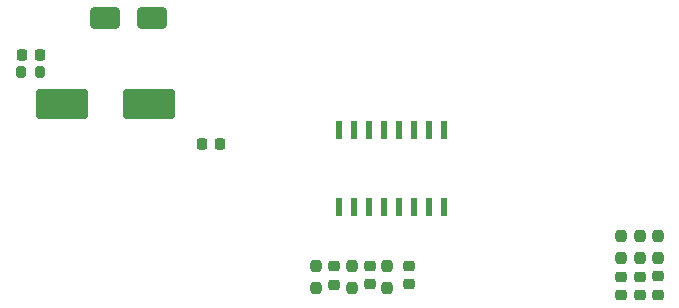
<source format=gbr>
%TF.GenerationSoftware,KiCad,Pcbnew,9.0.6*%
%TF.CreationDate,2025-12-26T20:22:19+00:00*%
%TF.ProjectId,PIDI-BOX-01-RELSW-6-MAIN-A1,50494449-2d42-44f5-982d-30312d52454c,rev?*%
%TF.SameCoordinates,Original*%
%TF.FileFunction,Paste,Top*%
%TF.FilePolarity,Positive*%
%FSLAX46Y46*%
G04 Gerber Fmt 4.6, Leading zero omitted, Abs format (unit mm)*
G04 Created by KiCad (PCBNEW 9.0.6) date 2025-12-26 20:22:19*
%MOMM*%
%LPD*%
G01*
G04 APERTURE LIST*
G04 Aperture macros list*
%AMRoundRect*
0 Rectangle with rounded corners*
0 $1 Rounding radius*
0 $2 $3 $4 $5 $6 $7 $8 $9 X,Y pos of 4 corners*
0 Add a 4 corners polygon primitive as box body*
4,1,4,$2,$3,$4,$5,$6,$7,$8,$9,$2,$3,0*
0 Add four circle primitives for the rounded corners*
1,1,$1+$1,$2,$3*
1,1,$1+$1,$4,$5*
1,1,$1+$1,$6,$7*
1,1,$1+$1,$8,$9*
0 Add four rect primitives between the rounded corners*
20,1,$1+$1,$2,$3,$4,$5,0*
20,1,$1+$1,$4,$5,$6,$7,0*
20,1,$1+$1,$6,$7,$8,$9,0*
20,1,$1+$1,$8,$9,$2,$3,0*%
G04 Aperture macros list end*
%ADD10RoundRect,0.218750X0.256250X-0.218750X0.256250X0.218750X-0.256250X0.218750X-0.256250X-0.218750X0*%
%ADD11RoundRect,0.137500X-0.137500X0.662500X-0.137500X-0.662500X0.137500X-0.662500X0.137500X0.662500X0*%
%ADD12RoundRect,0.237500X-0.237500X0.250000X-0.237500X-0.250000X0.237500X-0.250000X0.237500X0.250000X0*%
%ADD13RoundRect,0.225000X-0.225000X-0.250000X0.225000X-0.250000X0.225000X0.250000X-0.225000X0.250000X0*%
%ADD14RoundRect,0.200000X-0.200000X-0.275000X0.200000X-0.275000X0.200000X0.275000X-0.200000X0.275000X0*%
%ADD15RoundRect,0.250000X1.000000X0.650000X-1.000000X0.650000X-1.000000X-0.650000X1.000000X-0.650000X0*%
%ADD16RoundRect,0.250000X1.950000X1.000000X-1.950000X1.000000X-1.950000X-1.000000X1.950000X-1.000000X0*%
%ADD17RoundRect,0.218750X-0.218750X-0.256250X0.218750X-0.256250X0.218750X0.256250X-0.218750X0.256250X0*%
G04 APERTURE END LIST*
D10*
%TO.C,D8*%
X151587200Y-81940500D03*
X151587200Y-80365500D03*
%TD*%
D11*
%TO.C,U1*%
X154578300Y-68860800D03*
X153308300Y-68860800D03*
X152038300Y-68860800D03*
X150768300Y-68860800D03*
X149498300Y-68860800D03*
X148228300Y-68860800D03*
X146958300Y-68860800D03*
X145688300Y-68860800D03*
X145688300Y-75360800D03*
X146958300Y-75360800D03*
X148228300Y-75360800D03*
X149498300Y-75360800D03*
X150768300Y-75360800D03*
X152038300Y-75360800D03*
X153308300Y-75360800D03*
X154578300Y-75360800D03*
%TD*%
D12*
%TO.C,R3*%
X171100000Y-77850000D03*
X171100000Y-79675000D03*
%TD*%
D13*
%TO.C,C1*%
X134025000Y-70050000D03*
X135575000Y-70050000D03*
%TD*%
D14*
%TO.C,R1*%
X118725000Y-64000000D03*
X120375000Y-64000000D03*
%TD*%
D10*
%TO.C,D4*%
X171100000Y-82875000D03*
X171100000Y-81300000D03*
%TD*%
D15*
%TO.C,D1*%
X129863600Y-59359800D03*
X125863600Y-59359800D03*
%TD*%
D12*
%TO.C,R4*%
X172650000Y-77850000D03*
X172650000Y-79675000D03*
%TD*%
D10*
%TO.C,D6*%
X145211800Y-81965900D03*
X145211800Y-80390900D03*
%TD*%
D12*
%TO.C,R7*%
X149733000Y-80418300D03*
X149733000Y-82243300D03*
%TD*%
D10*
%TO.C,D5*%
X172650000Y-82837500D03*
X172650000Y-81262500D03*
%TD*%
D16*
%TO.C,C2*%
X129582400Y-66649600D03*
X122182400Y-66649600D03*
%TD*%
D10*
%TO.C,D3*%
X169550000Y-82887500D03*
X169550000Y-81312500D03*
%TD*%
%TO.C,D7*%
X148259800Y-81940500D03*
X148259800Y-80365500D03*
%TD*%
D12*
%TO.C,R2*%
X169550000Y-77850000D03*
X169550000Y-79675000D03*
%TD*%
%TO.C,R5*%
X143687800Y-80418300D03*
X143687800Y-82243300D03*
%TD*%
%TO.C,R6*%
X146735800Y-80418300D03*
X146735800Y-82243300D03*
%TD*%
D17*
%TO.C,D2*%
X118786200Y-62488800D03*
X120361200Y-62488800D03*
%TD*%
M02*

</source>
